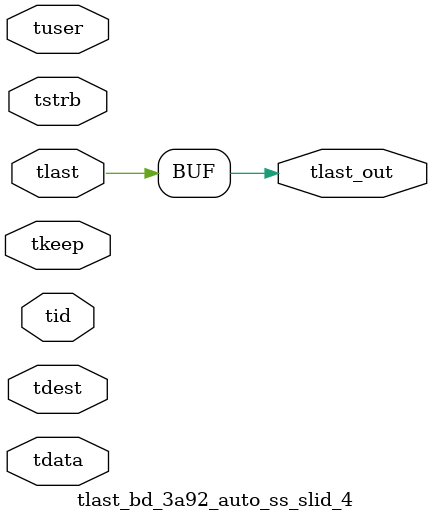
<source format=v>


`timescale 1ps/1ps

module tlast_bd_3a92_auto_ss_slid_4 #
(
parameter C_S_AXIS_TID_WIDTH   = 1,
parameter C_S_AXIS_TUSER_WIDTH = 0,
parameter C_S_AXIS_TDATA_WIDTH = 0,
parameter C_S_AXIS_TDEST_WIDTH = 0
)
(
input  [(C_S_AXIS_TID_WIDTH   == 0 ? 1 : C_S_AXIS_TID_WIDTH)-1:0       ] tid,
input  [(C_S_AXIS_TDATA_WIDTH == 0 ? 1 : C_S_AXIS_TDATA_WIDTH)-1:0     ] tdata,
input  [(C_S_AXIS_TUSER_WIDTH == 0 ? 1 : C_S_AXIS_TUSER_WIDTH)-1:0     ] tuser,
input  [(C_S_AXIS_TDEST_WIDTH == 0 ? 1 : C_S_AXIS_TDEST_WIDTH)-1:0     ] tdest,
input  [(C_S_AXIS_TDATA_WIDTH/8)-1:0 ] tkeep,
input  [(C_S_AXIS_TDATA_WIDTH/8)-1:0 ] tstrb,
input  [0:0]                                                             tlast,
output                                                                   tlast_out
);

assign tlast_out = {tlast};

endmodule


</source>
